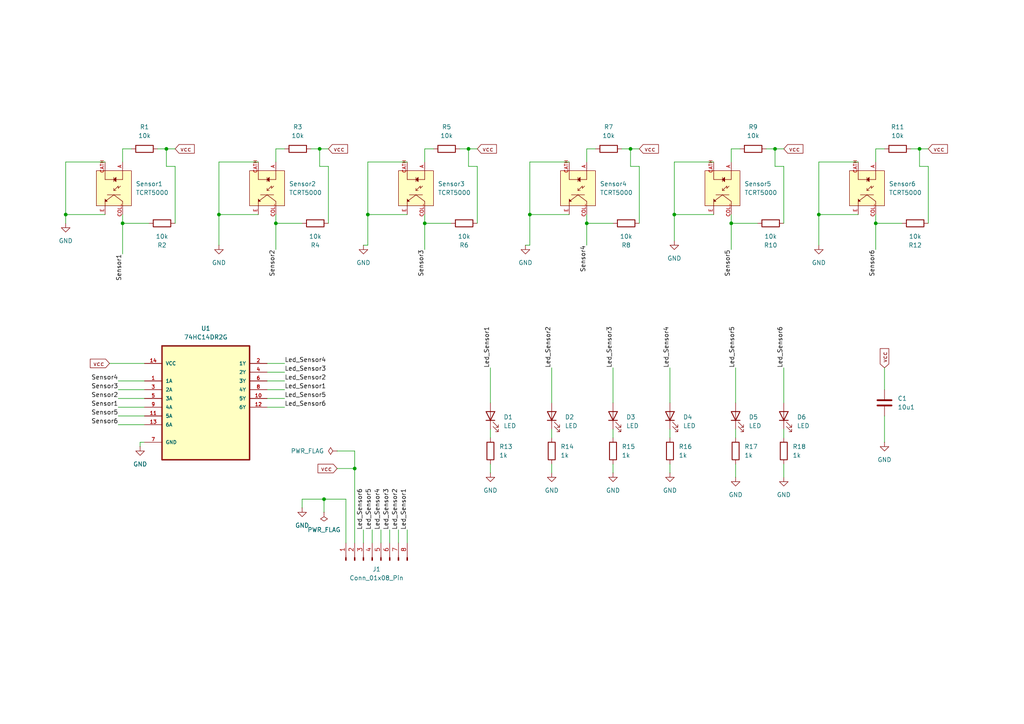
<source format=kicad_sch>
(kicad_sch (version 20231120) (generator "eeschema") (generator_version "8.0")
  (paper "A4")
  (lib_symbols
    (symbol "74HC14DR2G:74HC14DR2G" (pin_names (offset 1.016))
      (property "Reference" "U" (at -5.2894 15.207 0))
      (property "Value" "74HC14DR2G" (at -4.118 -25.0386 0))
      (symbol "74HC14DR2G_0_0"
        (rectangle (start -12.7 -20.32) (end 12.7 12.7) (stroke (width 0.4064)) (fill (type background)))
        (pin input line (at -17.78 2.54 0) (length 5.08) (name "1A") (number "1"))
        (pin output line (at 17.78 -2.54 180) (length 5.08) (name "5Y") (number "10"))
        (pin input line (at -17.78 -7.62 0) (length 5.08) (name "5A") (number "11"))
        (pin output line (at 17.78 -5.08 180) (length 5.08) (name "6Y") (number "12"))
        (pin input line (at -17.78 -10.16 0) (length 5.08) (name "6A") (number "13"))
        (pin power_in line (at -17.78 7.62 0) (length 5.08) (name "VCC") (number "14"))
        (pin output line (at 17.78 7.62 180) (length 5.08) (name "1Y") (number "2"))
        (pin input line (at -17.78 0 0) (length 5.08) (name "2A") (number "3"))
        (pin output line (at 17.78 5.08 180) (length 5.08) (name "2Y") (number "4"))
        (pin input line (at -17.78 -2.54 0) (length 5.08) (name "3A") (number "5"))
        (pin output line (at 17.78 2.54 180) (length 5.08) (name "3Y") (number "6"))
        (pin passive line (at -17.78 -15.24 0) (length 5.08) (name "GND") (number "7"))
        (pin output line (at 17.78 0 180) (length 5.08) (name "4Y") (number "8"))
        (pin input line (at -17.78 -5.08 0) (length 5.08) (name "4A") (number "9"))
      )
    )
    (symbol "Connector:Conn_01x08_Pin" (pin_names (offset 1.016) hide)
      (property "Reference" "J" (at 0 10.16 0))
      (property "Value" "Conn_01x08_Pin" (at 0 -12.7 0))
      (symbol "Conn_01x08_Pin_1_1"
        (polyline (pts (xy 1.27 -10.16) (xy 0.8636 -10.16)) (stroke (width 0.1524)))
        (polyline (pts (xy 1.27 -7.62) (xy 0.8636 -7.62)) (stroke (width 0.1524)))
        (polyline (pts (xy 1.27 -5.08) (xy 0.8636 -5.08)) (stroke (width 0.1524)))
        (polyline (pts (xy 1.27 -2.54) (xy 0.8636 -2.54)) (stroke (width 0.1524)))
        (polyline (pts (xy 1.27 0) (xy 0.8636 0)) (stroke (width 0.1524)))
        (polyline (pts (xy 1.27 2.54) (xy 0.8636 2.54)) (stroke (width 0.1524)))
        (polyline (pts (xy 1.27 5.08) (xy 0.8636 5.08)) (stroke (width 0.1524)))
        (polyline (pts (xy 1.27 7.62) (xy 0.8636 7.62)) (stroke (width 0.1524)))
        (rectangle (start 0.8636 -10.033) (end 0 -10.287) (stroke (width 0.1524)) (fill (type outline)))
        (rectangle (start 0.8636 -7.493) (end 0 -7.747) (stroke (width 0.1524)) (fill (type outline)))
        (rectangle (start 0.8636 -4.953) (end 0 -5.207) (stroke (width 0.1524)) (fill (type outline)))
        (rectangle (start 0.8636 -2.413) (end 0 -2.667) (stroke (width 0.1524)) (fill (type outline)))
        (rectangle (start 0.8636 0.127) (end 0 -0.127) (stroke (width 0.1524)) (fill (type outline)))
        (rectangle (start 0.8636 2.667) (end 0 2.413) (stroke (width 0.1524)) (fill (type outline)))
        (rectangle (start 0.8636 5.207) (end 0 4.953) (stroke (width 0.1524)) (fill (type outline)))
        (rectangle (start 0.8636 7.747) (end 0 7.493) (stroke (width 0.1524)) (fill (type outline)))
        (pin passive line (at 5.08 7.62 180) (length 3.81) (name "Pin_1") (number "1"))
        (pin passive line (at 5.08 5.08 180) (length 3.81) (name "Pin_2") (number "2"))
        (pin passive line (at 5.08 2.54 180) (length 3.81) (name "Pin_3") (number "3"))
        (pin passive line (at 5.08 0 180) (length 3.81) (name "Pin_4") (number "4"))
        (pin passive line (at 5.08 -2.54 180) (length 3.81) (name "Pin_5") (number "5"))
        (pin passive line (at 5.08 -5.08 180) (length 3.81) (name "Pin_6") (number "6"))
        (pin passive line (at 5.08 -7.62 180) (length 3.81) (name "Pin_7") (number "7"))
        (pin passive line (at 5.08 -10.16 180) (length 3.81) (name "Pin_8") (number "8"))
      )
    )
    (symbol "Device:C" (pin_numbers hide) (pin_names (offset 0.254))
      (property "Reference" "C" (at 0.635 2.54 0))
      (property "Value" "C" (at 0.635 -2.54 0))
      (symbol "C_0_1"
        (polyline (pts (xy -2.032 -0.762) (xy 2.032 -0.762)) (stroke (width 0.508)))
        (polyline (pts (xy -2.032 0.762) (xy 2.032 0.762)) (stroke (width 0.508)))
      )
      (symbol "C_1_1"
        (pin passive line (at 0 3.81 270) (length 2.794) (name "~") (number "1"))
        (pin passive line (at 0 -3.81 90) (length 2.794) (name "~") (number "2"))
      )
    )
    (symbol "Device:LED" (pin_numbers hide) (pin_names (offset 1.016) hide)
      (property "Reference" "D" (at 0 2.54 0))
      (property "Value" "LED" (at 0 -2.54 0))
      (symbol "LED_0_1"
        (polyline (pts (xy -1.27 -1.27) (xy -1.27 1.27)) (stroke (width 0.254)))
        (polyline (pts (xy -1.27 0) (xy 1.27 0)))
        (polyline (pts (xy 1.27 -1.27) (xy 1.27 1.27) (xy -1.27 0) (xy 1.27 -1.27)) (stroke (width 0.254)))
        (polyline (pts (xy -3.048 -0.762) (xy -4.572 -2.286) (xy -3.81 -2.286) (xy -4.572 -2.286) (xy -4.572 -1.524)))
        (polyline (pts (xy -1.778 -0.762) (xy -3.302 -2.286) (xy -2.54 -2.286) (xy -3.302 -2.286) (xy -3.302 -1.524)))
      )
      (symbol "LED_1_1"
        (pin passive line (at -3.81 0 0) (length 2.54) (name "K") (number "1"))
        (pin passive line (at 3.81 0 180) (length 2.54) (name "A") (number "2"))
      )
    )
    (symbol "Device:R" (pin_numbers hide) (pin_names (offset 0))
      (property "Reference" "R" (at 2.032 0 90))
      (property "Value" "R" (at 0 0 90))
      (symbol "R_0_1"
        (rectangle (start -1.016 -2.54) (end 1.016 2.54) (stroke (width 0.254)))
      )
      (symbol "R_1_1"
        (pin passive line (at 0 3.81 270) (length 1.27) (name "~") (number "1"))
        (pin passive line (at 0 -3.81 90) (length 1.27) (name "~") (number "2"))
      )
    )
    (symbol "TCRT5000:TCRT5000" (pin_names (offset 1.016))
      (property "Reference" "U" (at -5.0887 5.7248 0))
      (property "Value" "TCRT5000" (at -5.0838 -5.7193 0))
      (symbol "TCRT5000_0_0"
        (rectangle (start -5.08 -5.08) (end 5.08 5.08) (stroke (width 0.1524)) (fill (type background)))
        (polyline (pts (xy -5.08 2.54) (xy -2.54 2.54)) (stroke (width 0.1524)))
        (polyline (pts (xy -3.175 0) (xy -1.905 0)) (stroke (width 0.1524)))
        (polyline (pts (xy -2.54 -2.54) (xy -5.08 -2.54)) (stroke (width 0.1524)))
        (polyline (pts (xy -2.54 2.54) (xy -2.54 -2.54)) (stroke (width 0.1524)))
        (polyline (pts (xy -0.635 1.27) (xy 0.635 0)) (stroke (width 0.1524)))
        (polyline (pts (xy -0.635 1.905) (xy 0 1.27)) (stroke (width 0.1524)))
        (polyline (pts (xy 0 1.27) (xy -0.635 1.27)) (stroke (width 0.1524)))
        (polyline (pts (xy 0.635 0) (xy 0 0)) (stroke (width 0.1524)))
        (polyline (pts (xy 0.635 0.635) (xy 0.635 0)) (stroke (width 0.1524)))
        (polyline (pts (xy 1.905 0) (xy 1.905 -1.905)) (stroke (width 0.1524)))
        (polyline (pts (xy 1.905 0) (xy 3.81 -2.54)) (stroke (width 0.1524)))
        (polyline (pts (xy 1.905 0) (xy 3.81 2.54)) (stroke (width 0.1524)))
        (polyline (pts (xy 1.905 1.905) (xy 1.905 0)) (stroke (width 0.1524)))
        (polyline (pts (xy 3.81 -2.54) (xy 5.08 -2.54)) (stroke (width 0.1524)))
        (polyline (pts (xy 3.81 2.54) (xy 5.08 2.54)) (stroke (width 0.1524)))
        (polyline (pts (xy -3.175 0.635) (xy -1.905 0.635) (xy -2.54 0) (xy -3.175 0.635)) (stroke (width 0.1524)) (fill (type outline)))
        (polyline (pts (xy 3.175 -2.54) (xy 3.81 -2.54) (xy 3.81 -1.905) (xy 3.175 -2.54)) (stroke (width 0.1524)) (fill (type outline)))
        (pin passive line (at -7.62 2.54 0) (length 2.54) (name "~") (number "A"))
        (pin passive line (at -7.62 -2.54 0) (length 2.54) (name "~") (number "CATH"))
        (pin passive line (at 7.62 2.54 180) (length 2.54) (name "~") (number "COLL"))
        (pin passive line (at 7.62 -2.54 180) (length 2.54) (name "~") (number "E"))
      )
    )
    (symbol "power:GND" (power) (pin_numbers hide) (pin_names (offset 0) hide)
      (property "Value" "GND" (at 0 -3.81 0))
      (symbol "GND_0_1"
        (polyline (pts (xy 0 0) (xy 0 -1.27) (xy 1.27 -1.27) (xy 0 -2.54) (xy -1.27 -1.27) (xy 0 -1.27)))
      )
      (symbol "GND_1_1"
        (pin power_in line (at 0 0 270) (length 0) (name "~") (number "1"))
      )
    )
    (symbol "power:PWR_FLAG" (power) (pin_numbers hide) (pin_names (offset 0) hide)
      (property "Value" "PWR_FLAG" (at 0 3.81 0))
      (symbol "PWR_FLAG_0_0"
        (pin power_out line (at 0 0 90) (length 0) (name "~") (number "1"))
      )
      (symbol "PWR_FLAG_0_1"
        (polyline (pts (xy 0 0) (xy 0 1.27) (xy -1.016 1.905) (xy 0 2.54) (xy 1.016 1.905) (xy 0 1.27)))
      )
    )
  )
  (junction (at 92.71 43.18))
  (junction (at 153.67 62.23))
  (junction (at 106.68 62.23))
  (junction (at 63.5 62.23))
  (junction (at 35.56 64.77))
  (junction (at 102.87 135.89))
  (junction (at 170.18 64.77))
  (junction (at 224.79 43.18))
  (junction (at 80.01 64.77))
  (junction (at 48.26 43.18))
  (junction (at 237.49 62.23))
  (junction (at 182.88 43.18))
  (junction (at 254 64.77))
  (junction (at 19.05 62.23))
  (junction (at 266.7 43.18))
  (junction (at 195.58 62.23))
  (junction (at 212.09 64.77))
  (junction (at 93.98 144.78))
  (junction (at 135.89 43.18))
  (junction (at 123.19 64.77))
  (wire (pts (xy 90.17 43.18) (xy 92.71 43.18)))
  (wire (pts (xy 254 64.77) (xy 261.62 64.77)))
  (wire (pts (xy 195.58 62.23) (xy 195.58 69.85)))
  (wire (pts (xy 227.33 106.68) (xy 227.33 116.84)))
  (wire (pts (xy 254 46.99) (xy 254 43.18)))
  (wire (pts (xy 254 64.77) (xy 254 72.39)))
  (wire (pts (xy 95.25 48.26) (xy 92.71 48.26)))
  (wire (pts (xy 34.29 113.03) (xy 41.91 113.03)))
  (wire (pts (xy 113.03 157.48) (xy 113.03 153.67)))
  (wire (pts (xy 177.8 106.68) (xy 177.8 116.84)))
  (wire (pts (xy 133.35 43.18) (xy 135.89 43.18)))
  (wire (pts (xy 106.68 71.12) (xy 105.41 71.12)))
  (wire (pts (xy 213.36 106.68) (xy 213.36 116.84)))
  (wire (pts (xy 212.09 46.99) (xy 212.09 43.18)))
  (wire (pts (xy 80.01 64.77) (xy 87.63 64.77)))
  (wire (pts (xy 106.68 46.99) (xy 106.68 62.23)))
  (wire (pts (xy 102.87 135.89) (xy 102.87 157.48)))
  (wire (pts (xy 92.71 43.18) (xy 95.25 43.18)))
  (wire (pts (xy 35.56 43.18) (xy 38.1 43.18)))
  (wire (pts (xy 153.67 62.23) (xy 153.67 71.12)))
  (wire (pts (xy 170.18 62.23) (xy 170.18 64.77)))
  (wire (pts (xy 212.09 43.18) (xy 214.63 43.18)))
  (wire (pts (xy 237.49 62.23) (xy 248.92 62.23)))
  (wire (pts (xy 227.33 134.62) (xy 227.33 138.43)))
  (wire (pts (xy 212.09 64.77) (xy 219.71 64.77)))
  (wire (pts (xy 135.89 48.26) (xy 135.89 43.18)))
  (wire (pts (xy 182.88 48.26) (xy 182.88 43.18)))
  (wire (pts (xy 195.58 62.23) (xy 207.01 62.23)))
  (wire (pts (xy 123.19 62.23) (xy 123.19 64.77)))
  (wire (pts (xy 185.42 48.26) (xy 182.88 48.26)))
  (wire (pts (xy 123.19 46.99) (xy 123.19 43.18)))
  (wire (pts (xy 31.75 105.41) (xy 41.91 105.41)))
  (wire (pts (xy 92.71 48.26) (xy 92.71 43.18)))
  (wire (pts (xy 45.72 43.18) (xy 48.26 43.18)))
  (wire (pts (xy 207.01 46.99) (xy 195.58 46.99)))
  (wire (pts (xy 77.47 118.11) (xy 82.55 118.11)))
  (wire (pts (xy 118.11 153.67) (xy 118.11 157.48)))
  (wire (pts (xy 34.29 110.49) (xy 41.91 110.49)))
  (wire (pts (xy 102.87 135.89) (xy 97.79 135.89)))
  (wire (pts (xy 95.25 64.77) (xy 95.25 48.26)))
  (wire (pts (xy 77.47 115.57) (xy 82.55 115.57)))
  (wire (pts (xy 177.8 137.16) (xy 177.8 134.62)))
  (wire (pts (xy 35.56 62.23) (xy 35.56 64.77)))
  (wire (pts (xy 170.18 46.99) (xy 170.18 43.18)))
  (wire (pts (xy 105.41 153.67) (xy 105.41 157.48)))
  (wire (pts (xy 77.47 110.49) (xy 82.55 110.49)))
  (wire (pts (xy 153.67 71.12) (xy 152.4 71.12)))
  (wire (pts (xy 123.19 64.77) (xy 130.81 64.77)))
  (wire (pts (xy 87.63 144.78) (xy 87.63 147.32)))
  (wire (pts (xy 254 62.23) (xy 254 64.77)))
  (wire (pts (xy 135.89 43.18) (xy 138.43 43.18)))
  (wire (pts (xy 77.47 105.41) (xy 82.55 105.41)))
  (wire (pts (xy 40.64 128.27) (xy 40.64 129.54)))
  (wire (pts (xy 266.7 48.26) (xy 266.7 43.18)))
  (wire (pts (xy 19.05 62.23) (xy 30.48 62.23)))
  (wire (pts (xy 100.33 144.78) (xy 93.98 144.78)))
  (wire (pts (xy 80.01 62.23) (xy 80.01 64.77)))
  (wire (pts (xy 165.1 46.99) (xy 153.67 46.99)))
  (wire (pts (xy 256.54 106.68) (xy 256.54 113.03)))
  (wire (pts (xy 212.09 62.23) (xy 212.09 64.77)))
  (wire (pts (xy 194.31 137.16) (xy 194.31 134.62)))
  (wire (pts (xy 227.33 64.77) (xy 227.33 48.26)))
  (wire (pts (xy 227.33 48.26) (xy 224.79 48.26)))
  (wire (pts (xy 153.67 46.99) (xy 153.67 62.23)))
  (wire (pts (xy 153.67 62.23) (xy 165.1 62.23)))
  (wire (pts (xy 41.91 120.65) (xy 34.29 120.65)))
  (wire (pts (xy 123.19 43.18) (xy 125.73 43.18)))
  (wire (pts (xy 77.47 107.95) (xy 82.55 107.95)))
  (wire (pts (xy 256.54 120.65) (xy 256.54 128.27)))
  (wire (pts (xy 254 43.18) (xy 256.54 43.18)))
  (wire (pts (xy 34.29 115.57) (xy 41.91 115.57)))
  (wire (pts (xy 195.58 46.99) (xy 195.58 62.23)))
  (wire (pts (xy 222.25 43.18) (xy 224.79 43.18)))
  (wire (pts (xy 118.11 46.99) (xy 106.68 46.99)))
  (wire (pts (xy 142.24 127) (xy 142.24 124.46)))
  (wire (pts (xy 102.87 130.81) (xy 102.87 135.89)))
  (wire (pts (xy 63.5 62.23) (xy 63.5 71.12)))
  (wire (pts (xy 50.8 64.77) (xy 50.8 48.26)))
  (wire (pts (xy 41.91 123.19) (xy 34.29 123.19)))
  (wire (pts (xy 142.24 106.68) (xy 142.24 116.84)))
  (wire (pts (xy 50.8 48.26) (xy 48.26 48.26)))
  (wire (pts (xy 110.49 153.67) (xy 110.49 157.48)))
  (wire (pts (xy 160.02 134.62) (xy 160.02 137.16)))
  (wire (pts (xy 213.36 134.62) (xy 213.36 138.43)))
  (wire (pts (xy 115.57 157.48) (xy 115.57 153.67)))
  (wire (pts (xy 224.79 43.18) (xy 227.33 43.18)))
  (wire (pts (xy 87.63 144.78) (xy 93.98 144.78)))
  (wire (pts (xy 138.43 64.77) (xy 138.43 48.26)))
  (wire (pts (xy 213.36 127) (xy 213.36 124.46)))
  (wire (pts (xy 224.79 48.26) (xy 224.79 43.18)))
  (wire (pts (xy 63.5 46.99) (xy 63.5 62.23)))
  (wire (pts (xy 48.26 43.18) (xy 50.8 43.18)))
  (wire (pts (xy 170.18 43.18) (xy 172.72 43.18)))
  (wire (pts (xy 106.68 62.23) (xy 106.68 71.12)))
  (wire (pts (xy 80.01 72.39) (xy 80.01 64.77)))
  (wire (pts (xy 30.48 46.99) (xy 19.05 46.99)))
  (wire (pts (xy 264.16 43.18) (xy 266.7 43.18)))
  (wire (pts (xy 248.92 46.99) (xy 237.49 46.99)))
  (wire (pts (xy 160.02 106.68) (xy 160.02 116.84)))
  (wire (pts (xy 237.49 71.12) (xy 237.49 62.23)))
  (wire (pts (xy 97.79 130.81) (xy 102.87 130.81)))
  (wire (pts (xy 142.24 134.62) (xy 142.24 137.16)))
  (wire (pts (xy 35.56 64.77) (xy 35.56 73.66)))
  (wire (pts (xy 185.42 64.77) (xy 185.42 48.26)))
  (wire (pts (xy 77.47 113.03) (xy 82.55 113.03)))
  (wire (pts (xy 80.01 43.18) (xy 82.55 43.18)))
  (wire (pts (xy 160.02 127) (xy 160.02 124.46)))
  (wire (pts (xy 269.24 48.26) (xy 266.7 48.26)))
  (wire (pts (xy 170.18 64.77) (xy 170.18 71.12)))
  (wire (pts (xy 180.34 43.18) (xy 182.88 43.18)))
  (wire (pts (xy 100.33 144.78) (xy 100.33 157.48)))
  (wire (pts (xy 138.43 48.26) (xy 135.89 48.26)))
  (wire (pts (xy 80.01 46.99) (xy 80.01 43.18)))
  (wire (pts (xy 19.05 62.23) (xy 19.05 64.77)))
  (wire (pts (xy 212.09 64.77) (xy 212.09 72.39)))
  (wire (pts (xy 107.95 153.67) (xy 107.95 157.48)))
  (wire (pts (xy 227.33 127) (xy 227.33 124.46)))
  (wire (pts (xy 170.18 64.77) (xy 177.8 64.77)))
  (wire (pts (xy 237.49 46.99) (xy 237.49 62.23)))
  (wire (pts (xy 123.19 64.77) (xy 123.19 72.39)))
  (wire (pts (xy 106.68 62.23) (xy 118.11 62.23)))
  (wire (pts (xy 194.31 127) (xy 194.31 124.46)))
  (wire (pts (xy 19.05 46.99) (xy 19.05 62.23)))
  (wire (pts (xy 63.5 62.23) (xy 74.93 62.23)))
  (wire (pts (xy 194.31 106.68) (xy 194.31 116.84)))
  (wire (pts (xy 35.56 46.99) (xy 35.56 43.18)))
  (wire (pts (xy 269.24 64.77) (xy 269.24 48.26)))
  (wire (pts (xy 93.98 148.59) (xy 93.98 144.78)))
  (wire (pts (xy 266.7 43.18) (xy 269.24 43.18)))
  (wire (pts (xy 74.93 46.99) (xy 63.5 46.99)))
  (wire (pts (xy 35.56 64.77) (xy 43.18 64.77)))
  (wire (pts (xy 182.88 43.18) (xy 185.42 43.18)))
  (wire (pts (xy 48.26 48.26) (xy 48.26 43.18)))
  (wire (pts (xy 41.91 118.11) (xy 34.29 118.11)))
  (wire (pts (xy 177.8 127) (xy 177.8 124.46)))
  (wire (pts (xy 41.91 128.27) (xy 40.64 128.27)))
  (label "Sensor4" (at 170.18 71.12 270))
  (label "Led_Sensor5" (at 213.36 106.68 90))
  (label "Led_Sensor3" (at 177.8 106.68 90))
  (label "Led_Sensor6" (at 105.41 153.67 90))
  (label "Led_Sensor6" (at 82.55 118.11 0))
  (label "Led_Sensor1" (at 82.55 113.03 0))
  (label "Sensor2" (at 80.01 72.39 270))
  (label "Led_Sensor4" (at 82.55 105.41 0))
  (label "Sensor1" (at 34.29 118.11 180))
  (label "Sensor4" (at 34.29 110.49 180))
  (label "Led_Sensor4" (at 110.49 153.67 90))
  (label "Sensor6" (at 34.29 123.19 180))
  (label "Led_Sensor4" (at 194.31 106.68 90))
  (label "Led_Sensor2" (at 160.02 106.68 90))
  (label "Sensor2" (at 34.29 115.57 180))
  (label "Led_Sensor2" (at 115.57 153.67 90))
  (label "Led_Sensor5" (at 107.95 153.67 90))
  (label "Led_Sensor2" (at 82.55 110.49 0))
  (label "Led_Sensor1" (at 142.24 106.68 90))
  (label "Led_Sensor1" (at 118.11 153.67 90))
  (label "Sensor5" (at 212.09 72.39 270))
  (label "Led_Sensor3" (at 113.03 153.67 90))
  (label "Sensor3" (at 123.19 72.39 270))
  (label "Sensor6" (at 254 72.39 270))
  (label "Sensor3" (at 34.29 113.03 180))
  (label "Led_Sensor3" (at 82.55 107.95 0))
  (label "Sensor5" (at 34.29 120.65 180))
  (label "Led_Sensor6" (at 227.33 106.68 90))
  (label "Led_Sensor5" (at 82.55 115.57 0))
  (label "Sensor1" (at 35.56 73.66 270))
  (global_label "vcc" (shape input) (at 31.75 105.41 180) (property "Intersheetrefs" "${INTERSHEET_REFS}" (effects (hide yes))))
  (global_label "vcc" (shape input) (at 97.79 135.89 180) (property "Intersheetrefs" "${INTERSHEET_REFS}" (effects (hide yes))))
  (global_label "vcc" (shape input) (at 95.25 43.18 0) (property "Intersheetrefs" "${INTERSHEET_REFS}" (effects (hide yes))))
  (global_label "vcc" (shape input) (at 256.54 106.68 90) (property "Intersheetrefs" "${INTERSHEET_REFS}" (effects (hide yes))))
  (global_label "vcc" (shape input) (at 138.43 43.18 0) (property "Intersheetrefs" "${INTERSHEET_REFS}" (effects (hide yes))))
  (global_label "vcc" (shape input) (at 185.42 43.18 0) (property "Intersheetrefs" "${INTERSHEET_REFS}" (effects (hide yes))))
  (global_label "vcc" (shape input) (at 50.8 43.18 0) (property "Intersheetrefs" "${INTERSHEET_REFS}" (effects (hide yes))))
  (global_label "vcc" (shape input) (at 227.33 43.18 0) (property "Intersheetrefs" "${INTERSHEET_REFS}" (effects (hide yes))))
  (global_label "vcc" (shape input) (at 269.24 43.18 0) (property "Intersheetrefs" "${INTERSHEET_REFS}" (effects (hide yes))))
  (symbol (lib_id "Device:R") (at 227.33 130.81 0) (unit 1)
    (property "Reference" "R18" (at 229.87 129.5399 0) (effects (justify left)))
    (property "Value" "1k" (at 229.87 132.0799 0) (effects (justify left)))
    (property "Footprint" "Resistor_SMD:R_0805_2012Metric_Pad1.20x1.40mm_HandSolder" (effects (hide yes)))
    (property "Description" "Resistor" (effects (hide yes)))
  )
  (symbol (lib_id "TCRT5000:TCRT5000") (at 167.64 54.61 270) (unit 1)
    (property "Reference" "Sensor4" (at 173.99 53.3399 90) (effects (justify left)))
    (property "Value" "TCRT5000" (at 173.99 55.8799 90) (effects (justify left)))
    (property "Footprint" "TCRT5000:OPTO_TCRT5000" (effects (hide yes)))
    (property "MF" "Vishay" (effects (hide yes)))
    (property "MAXIMUM_PACKAGE_HEIGHT" "7.2mm" (effects (hide yes)))
    (property "Package" "TCRT5000 Vishay" (effects (hide yes)))
    (property "Price" "None" (effects (hide yes)))
    (property "Check_prices" "https://www.snapeda.com/parts/TCRT5000/Vishay+Semiconductor+Opto+Division/view-part/?ref=eda" (effects (hide yes)))
    (property "STANDARD" "Manufacturer recommendations" (effects (hide yes)))
    (property "PARTREV" "1.7" (effects (hide yes)))
    (property "SnapEDA_Link" "https://www.snapeda.com/parts/TCRT5000/Vishay+Semiconductor+Opto+Division/view-part/?ref=snap" (effects (hide yes)))
    (property "MP" "TCRT5000" (effects (hide yes)))
    (property "Purchase-URL" "https://www.snapeda.com/api/url_track_click_mouser/?unipart_id=885229&manufacturer=Vishay&part_name=TCRT5000&search_term=tcrt5000" (effects (hide yes)))
    (property "Description_1" "Sensor óptico reflectante de 0,591 (15 mm) para montaje en PCB" (effects (hide yes)))
    (property "Availability" "In Stock" (effects (hide yes)))
    (property "MANUFACTURER" "Vishay" (effects (hide yes)))
  )
  (symbol (lib_id "Device:C") (at 256.54 116.84 0) (unit 1)
    (property "Reference" "C1" (at 260.35 115.5699 0) (effects (justify left)))
    (property "Value" "10u1" (at 260.35 118.1099 0) (effects (justify left)))
    (property "Footprint" "Capacitor_THT:C_Disc_D3.0mm_W1.6mm_P2.50mm" (effects (hide yes)))
    (property "Description" "Unpolarized capacitor" (effects (hide yes)))
  )
  (symbol (lib_id "Device:LED") (at 177.8 120.65 90) (unit 1)
    (property "Reference" "D3" (at 181.61 120.9674 90) (effects (justify right)))
    (property "Value" "LED" (at 181.61 123.5074 90) (effects (justify right)))
    (property "Footprint" "LED_SMD:LED_1206_3216Metric_Pad1.42x1.75mm_HandSolder" (effects (hide yes)))
    (property "Description" "Light emitting diode" (effects (hide yes)))
  )
  (symbol (lib_id "power:GND") (at 40.64 129.54 0) (unit 1)
    (property "Reference" "#PWR011" (effects (hide yes)))
    (property "Value" "GND" (at 40.64 134.62 0))
    (property "Description" "Power symbol creates a global label with name \"GND\" , ground" (effects (hide yes)))
  )
  (symbol (lib_id "power:GND") (at 105.41 71.12 0) (unit 1)
    (property "Reference" "#PWR09" (effects (hide yes)))
    (property "Value" "GND" (at 105.41 76.2 0))
    (property "Description" "Power symbol creates a global label with name \"GND\" , ground" (effects (hide yes)))
  )
  (symbol (lib_id "TCRT5000:TCRT5000") (at 209.55 54.61 270) (unit 1)
    (property "Reference" "Sensor5" (at 215.9 53.3399 90) (effects (justify left)))
    (property "Value" "TCRT5000" (at 215.9 55.8799 90) (effects (justify left)))
    (property "Footprint" "TCRT5000:OPTO_TCRT5000" (effects (hide yes)))
    (property "MF" "Vishay" (effects (hide yes)))
    (property "MAXIMUM_PACKAGE_HEIGHT" "7.2mm" (effects (hide yes)))
    (property "Package" "TCRT5000 Vishay" (effects (hide yes)))
    (property "Price" "None" (effects (hide yes)))
    (property "Check_prices" "https://www.snapeda.com/parts/TCRT5000/Vishay+Semiconductor+Opto+Division/view-part/?ref=eda" (effects (hide yes)))
    (property "STANDARD" "Manufacturer recommendations" (effects (hide yes)))
    (property "PARTREV" "1.7" (effects (hide yes)))
    (property "SnapEDA_Link" "https://www.snapeda.com/parts/TCRT5000/Vishay+Semiconductor+Opto+Division/view-part/?ref=snap" (effects (hide yes)))
    (property "MP" "TCRT5000" (effects (hide yes)))
    (property "Purchase-URL" "https://www.snapeda.com/api/url_track_click_mouser/?unipart_id=885229&manufacturer=Vishay&part_name=TCRT5000&search_term=tcrt5000" (effects (hide yes)))
    (property "Description_1" "Sensor óptico reflectante de 0,591 (15 mm) para montaje en PCB" (effects (hide yes)))
    (property "Availability" "In Stock" (effects (hide yes)))
    (property "MANUFACTURER" "Vishay" (effects (hide yes)))
  )
  (symbol (lib_id "power:GND") (at 87.63 147.32 0) (unit 1)
    (property "Reference" "#PWR012" (effects (hide yes)))
    (property "Value" "GND" (at 87.63 152.4 0))
    (property "Description" "Power symbol creates a global label with name \"GND\" , ground" (effects (hide yes)))
  )
  (symbol (lib_id "Device:R") (at 86.36 43.18 90) (unit 1)
    (property "Reference" "R3" (at 86.36 36.83 90))
    (property "Value" "10k" (at 86.36 39.37 90))
    (property "Footprint" "Resistor_SMD:R_0805_2012Metric_Pad1.20x1.40mm_HandSolder" (effects (hide yes)))
    (property "Description" "Resistor" (effects (hide yes)))
  )
  (symbol (lib_id "power:PWR_FLAG") (at 93.98 148.59 180) (unit 1)
    (property "Reference" "#FLG01" (effects (hide yes)))
    (property "Value" "PWR_FLAG" (at 93.98 153.67 0))
    (property "Description" "Special symbol for telling ERC where power comes from" (effects (hide yes)))
  )
  (symbol (lib_id "power:GND") (at 227.33 138.43 0) (unit 1)
    (property "Reference" "#PWR06" (effects (hide yes)))
    (property "Value" "GND" (at 227.33 143.51 0))
    (property "Description" "Power symbol creates a global label with name \"GND\" , ground" (effects (hide yes)))
  )
  (symbol (lib_id "74HC14DR2G:74HC14DR2G") (at 59.69 113.03 0) (unit 1)
    (property "Reference" "U1" (at 59.69 95.25 0))
    (property "Value" "74HC14DR2G" (at 59.69 97.79 0))
    (property "Footprint" "Package_DIP:DIP-14_W7.62mm_Socket" (effects (hide yes)))
    (property "MF" "ON Semiconductor" (effects (hide yes)))
    (property "Description_1" "Inverter IC 6 Channel Schmitt Trigger 14-SOIC" (effects (hide yes)))
    (property "PACKAGE" "SOIC-14" (effects (hide yes)))
    (property "MPN" "74HC14DR2G" (effects (hide yes)))
    (property "Price" "None" (effects (hide yes)))
    (property "Package" "SOIC-14 ON Semiconductor" (effects (hide yes)))
    (property "OC_FARNELL" "1201316" (effects (hide yes)))
    (property "SnapEDA_Link" "https://www.snapeda.com/parts/74HC14DR2G/Onsemi/view-part/?ref=snap" (effects (hide yes)))
    (property "MP" "74HC14DR2G" (effects (hide yes)))
    (property "SUPPLIER" "NXP" (effects (hide yes)))
    (property "OC_NEWARK" "26M7759" (effects (hide yes)))
    (property "Availability" "In Stock" (effects (hide yes)))
    (property "Check_prices" "https://www.snapeda.com/parts/74HC14DR2G/Onsemi/view-part/?ref=eda" (effects (hide yes)))
  )
  (symbol (lib_id "Connector:Conn_01x08_Pin") (at 107.95 162.56 90) (unit 1)
    (property "Reference" "J1" (at 109.22 165.1 90))
    (property "Value" "Conn_01x08_Pin" (at 109.22 167.64 90))
    (property "Footprint" "Connector_PinHeader_2.54mm:PinHeader_1x08_P2.54mm_Horizontal" (effects (hide yes)))
    (property "Description" "Generic connector, single row, 01x08, script generated" (effects (hide yes)))
  )
  (symbol (lib_id "power:GND") (at 237.49 71.12 0) (unit 1)
    (property "Reference" "#PWR014" (effects (hide yes)))
    (property "Value" "GND" (at 237.49 76.2 0))
    (property "Description" "Power symbol creates a global label with name \"GND\" , ground" (effects (hide yes)))
  )
  (symbol (lib_id "Device:R") (at 160.02 130.81 0) (unit 1)
    (property "Reference" "R14" (at 162.56 129.5399 0) (effects (justify left)))
    (property "Value" "1k" (at 162.56 132.0799 0) (effects (justify left)))
    (property "Footprint" "Resistor_SMD:R_0805_2012Metric_Pad1.20x1.40mm_HandSolder" (effects (hide yes)))
    (property "Description" "Resistor" (effects (hide yes)))
  )
  (symbol (lib_id "Device:R") (at 142.24 130.81 0) (unit 1)
    (property "Reference" "R13" (at 144.78 129.5399 0) (effects (justify left)))
    (property "Value" "1k" (at 144.78 132.0799 0) (effects (justify left)))
    (property "Footprint" "Resistor_SMD:R_0805_2012Metric_Pad1.20x1.40mm_HandSolder" (effects (hide yes)))
    (property "Description" "Resistor" (effects (hide yes)))
  )
  (symbol (lib_id "power:GND") (at 194.31 137.16 0) (unit 1)
    (property "Reference" "#PWR04" (effects (hide yes)))
    (property "Value" "GND" (at 194.31 142.24 0))
    (property "Description" "Power symbol creates a global label with name \"GND\" , ground" (effects (hide yes)))
  )
  (symbol (lib_id "Device:R") (at 181.61 64.77 90) (mirror x) (unit 1)
    (property "Reference" "R8" (at 181.61 71.12 90))
    (property "Value" "10k" (at 181.61 68.58 90))
    (property "Footprint" "Resistor_SMD:R_0805_2012Metric_Pad1.20x1.40mm_HandSolder" (effects (hide yes)))
    (property "Description" "Resistor" (effects (hide yes)))
  )
  (symbol (lib_id "Device:R") (at 134.62 64.77 90) (mirror x) (unit 1)
    (property "Reference" "R6" (at 134.62 71.12 90))
    (property "Value" "10k" (at 134.62 68.58 90))
    (property "Footprint" "Resistor_SMD:R_0805_2012Metric_Pad1.20x1.40mm_HandSolder" (effects (hide yes)))
    (property "Description" "Resistor" (effects (hide yes)))
  )
  (symbol (lib_id "Device:R") (at 223.52 64.77 90) (mirror x) (unit 1)
    (property "Reference" "R10" (at 223.52 71.12 90))
    (property "Value" "10k" (at 223.52 68.58 90))
    (property "Footprint" "Resistor_SMD:R_0805_2012Metric_Pad1.20x1.40mm_HandSolder" (effects (hide yes)))
    (property "Description" "Resistor" (effects (hide yes)))
  )
  (symbol (lib_id "power:GND") (at 256.54 128.27 0) (unit 1)
    (property "Reference" "#PWR015" (effects (hide yes)))
    (property "Value" "GND" (at 256.54 133.35 0))
    (property "Description" "Power symbol creates a global label with name \"GND\" , ground" (effects (hide yes)))
  )
  (symbol (lib_id "Device:R") (at 177.8 130.81 0) (unit 1)
    (property "Reference" "R15" (at 180.34 129.5399 0) (effects (justify left)))
    (property "Value" "1k" (at 180.34 132.0799 0) (effects (justify left)))
    (property "Footprint" "Resistor_SMD:R_0805_2012Metric_Pad1.20x1.40mm_HandSolder" (effects (hide yes)))
    (property "Description" "Resistor" (effects (hide yes)))
  )
  (symbol (lib_id "power:GND") (at 195.58 69.85 0) (unit 1)
    (property "Reference" "#PWR013" (effects (hide yes)))
    (property "Value" "GND" (at 195.58 74.93 0))
    (property "Description" "Power symbol creates a global label with name \"GND\" , ground" (effects (hide yes)))
  )
  (symbol (lib_id "Device:R") (at 91.44 64.77 90) (mirror x) (unit 1)
    (property "Reference" "R4" (at 91.44 71.12 90))
    (property "Value" "10k" (at 91.44 68.58 90))
    (property "Footprint" "Resistor_SMD:R_0805_2012Metric_Pad1.20x1.40mm_HandSolder" (effects (hide yes)))
    (property "Description" "Resistor" (effects (hide yes)))
  )
  (symbol (lib_id "TCRT5000:TCRT5000") (at 77.47 54.61 270) (unit 1)
    (property "Reference" "Sensor2" (at 83.82 53.3399 90) (effects (justify left)))
    (property "Value" "TCRT5000" (at 83.82 55.8799 90) (effects (justify left)))
    (property "Footprint" "TCRT5000:OPTO_TCRT5000" (effects (hide yes)))
    (property "MF" "Vishay" (effects (hide yes)))
    (property "MAXIMUM_PACKAGE_HEIGHT" "7.2mm" (effects (hide yes)))
    (property "Package" "TCRT5000 Vishay" (effects (hide yes)))
    (property "Price" "None" (effects (hide yes)))
    (property "Check_prices" "https://www.snapeda.com/parts/TCRT5000/Vishay+Semiconductor+Opto+Division/view-part/?ref=eda" (effects (hide yes)))
    (property "STANDARD" "Manufacturer recommendations" (effects (hide yes)))
    (property "PARTREV" "1.7" (effects (hide yes)))
    (property "SnapEDA_Link" "https://www.snapeda.com/parts/TCRT5000/Vishay+Semiconductor+Opto+Division/view-part/?ref=snap" (effects (hide yes)))
    (property "MP" "TCRT5000" (effects (hide yes)))
    (property "Purchase-URL" "https://www.snapeda.com/api/url_track_click_mouser/?unipart_id=885229&manufacturer=Vishay&part_name=TCRT5000&search_term=tcrt5000" (effects (hide yes)))
    (property "Description_1" "Sensor óptico reflectante de 0,591 (15 mm) para montaje en PCB" (effects (hide yes)))
    (property "Availability" "In Stock" (effects (hide yes)))
    (property "MANUFACTURER" "Vishay" (effects (hide yes)))
  )
  (symbol (lib_id "power:GND") (at 142.24 137.16 0) (unit 1)
    (property "Reference" "#PWR01" (effects (hide yes)))
    (property "Value" "GND" (at 142.24 142.24 0))
    (property "Description" "Power symbol creates a global label with name \"GND\" , ground" (effects (hide yes)))
  )
  (symbol (lib_id "power:GND") (at 152.4 71.12 0) (unit 1)
    (property "Reference" "#PWR010" (effects (hide yes)))
    (property "Value" "GND" (at 152.4 76.2 0))
    (property "Description" "Power symbol creates a global label with name \"GND\" , ground" (effects (hide yes)))
  )
  (symbol (lib_id "Device:R") (at 176.53 43.18 90) (unit 1)
    (property "Reference" "R7" (at 176.53 36.83 90))
    (property "Value" "10k" (at 176.53 39.37 90))
    (property "Footprint" "Resistor_SMD:R_0805_2012Metric_Pad1.20x1.40mm_HandSolder" (effects (hide yes)))
    (property "Description" "Resistor" (effects (hide yes)))
  )
  (symbol (lib_id "TCRT5000:TCRT5000") (at 251.46 54.61 270) (unit 1)
    (property "Reference" "Sensor6" (at 257.81 53.3399 90) (effects (justify left)))
    (property "Value" "TCRT5000" (at 257.81 55.8799 90) (effects (justify left)))
    (property "Footprint" "TCRT5000:OPTO_TCRT5000" (effects (hide yes)))
    (property "MF" "Vishay" (effects (hide yes)))
    (property "MAXIMUM_PACKAGE_HEIGHT" "7.2mm" (effects (hide yes)))
    (property "Package" "TCRT5000 Vishay" (effects (hide yes)))
    (property "Price" "None" (effects (hide yes)))
    (property "Check_prices" "https://www.snapeda.com/parts/TCRT5000/Vishay+Semiconductor+Opto+Division/view-part/?ref=eda" (effects (hide yes)))
    (property "STANDARD" "Manufacturer recommendations" (effects (hide yes)))
    (property "PARTREV" "1.7" (effects (hide yes)))
    (property "SnapEDA_Link" "https://www.snapeda.com/parts/TCRT5000/Vishay+Semiconductor+Opto+Division/view-part/?ref=snap" (effects (hide yes)))
    (property "MP" "TCRT5000" (effects (hide yes)))
    (property "Purchase-URL" "https://www.snapeda.com/api/url_track_click_mouser/?unipart_id=885229&manufacturer=Vishay&part_name=TCRT5000&search_term=tcrt5000" (effects (hide yes)))
    (property "Description_1" "Sensor óptico reflectante de 0,591 (15 mm) para montaje en PCB" (effects (hide yes)))
    (property "Availability" "In Stock" (effects (hide yes)))
    (property "MANUFACTURER" "Vishay" (effects (hide yes)))
  )
  (symbol (lib_id "TCRT5000:TCRT5000") (at 120.65 54.61 270) (unit 1)
    (property "Reference" "Sensor3" (at 127 53.3399 90) (effects (justify left)))
    (property "Value" "TCRT5000" (at 127 55.8799 90) (effects (justify left)))
    (property "Footprint" "TCRT5000:OPTO_TCRT5000" (effects (hide yes)))
    (property "MF" "Vishay" (effects (hide yes)))
    (property "MAXIMUM_PACKAGE_HEIGHT" "7.2mm" (effects (hide yes)))
    (property "Package" "TCRT5000 Vishay" (effects (hide yes)))
    (property "Price" "None" (effects (hide yes)))
    (property "Check_prices" "https://www.snapeda.com/parts/TCRT5000/Vishay+Semiconductor+Opto+Division/view-part/?ref=eda" (effects (hide yes)))
    (property "STANDARD" "Manufacturer recommendations" (effects (hide yes)))
    (property "PARTREV" "1.7" (effects (hide yes)))
    (property "SnapEDA_Link" "https://www.snapeda.com/parts/TCRT5000/Vishay+Semiconductor+Opto+Division/view-part/?ref=snap" (effects (hide yes)))
    (property "MP" "TCRT5000" (effects (hide yes)))
    (property "Purchase-URL" "https://www.snapeda.com/api/url_track_click_mouser/?unipart_id=885229&manufacturer=Vishay&part_name=TCRT5000&search_term=tcrt5000" (effects (hide yes)))
    (property "Description_1" "Sensor óptico reflectante de 0,591 (15 mm) para montaje en PCB" (effects (hide yes)))
    (property "Availability" "In Stock" (effects (hide yes)))
    (property "MANUFACTURER" "Vishay" (effects (hide yes)))
  )
  (symbol (lib_id "power:GND") (at 213.36 138.43 0) (unit 1)
    (property "Reference" "#PWR05" (effects (hide yes)))
    (property "Value" "GND" (at 213.36 143.51 0))
    (property "Description" "Power symbol creates a global label with name \"GND\" , ground" (effects (hide yes)))
  )
  (symbol (lib_id "Device:R") (at 41.91 43.18 90) (unit 1)
    (property "Reference" "R1" (at 41.91 36.83 90))
    (property "Value" "10k" (at 41.91 39.37 90))
    (property "Footprint" "Resistor_SMD:R_0805_2012Metric_Pad1.20x1.40mm_HandSolder" (effects (hide yes)))
    (property "Description" "Resistor" (effects (hide yes)))
  )
  (symbol (lib_id "power:GND") (at 63.5 71.12 0) (unit 1)
    (property "Reference" "#PWR08" (effects (hide yes)))
    (property "Value" "GND" (at 63.5 76.2 0))
    (property "Description" "Power symbol creates a global label with name \"GND\" , ground" (effects (hide yes)))
  )
  (symbol (lib_id "Device:R") (at 260.35 43.18 90) (unit 1)
    (property "Reference" "R11" (at 260.35 36.83 90))
    (property "Value" "10k" (at 260.35 39.37 90))
    (property "Footprint" "Resistor_SMD:R_0805_2012Metric_Pad1.20x1.40mm_HandSolder" (effects (hide yes)))
    (property "Description" "Resistor" (effects (hide yes)))
  )
  (symbol (lib_id "power:GND") (at 177.8 137.16 0) (unit 1)
    (property "Reference" "#PWR03" (effects (hide yes)))
    (property "Value" "GND" (at 177.8 142.24 0))
    (property "Description" "Power symbol creates a global label with name \"GND\" , ground" (effects (hide yes)))
  )
  (symbol (lib_id "power:GND") (at 160.02 137.16 0) (unit 1)
    (property "Reference" "#PWR02" (effects (hide yes)))
    (property "Value" "GND" (at 160.02 142.24 0))
    (property "Description" "Power symbol creates a global label with name \"GND\" , ground" (effects (hide yes)))
  )
  (symbol (lib_id "TCRT5000:TCRT5000") (at 33.02 54.61 270) (unit 1)
    (property "Reference" "Sensor1" (at 39.37 53.3399 90) (effects (justify left)))
    (property "Value" "TCRT5000" (at 39.37 55.8799 90) (effects (justify left)))
    (property "Footprint" "TCRT5000:OPTO_TCRT5000" (effects (hide yes)))
    (property "MF" "Vishay" (effects (hide yes)))
    (property "MAXIMUM_PACKAGE_HEIGHT" "7.2mm" (effects (hide yes)))
    (property "Package" "TCRT5000 Vishay" (effects (hide yes)))
    (property "Price" "None" (effects (hide yes)))
    (property "Check_prices" "https://www.snapeda.com/parts/TCRT5000/Vishay+Semiconductor+Opto+Division/view-part/?ref=eda" (effects (hide yes)))
    (property "STANDARD" "Manufacturer recommendations" (effects (hide yes)))
    (property "PARTREV" "1.7" (effects (hide yes)))
    (property "SnapEDA_Link" "https://www.snapeda.com/parts/TCRT5000/Vishay+Semiconductor+Opto+Division/view-part/?ref=snap" (effects (hide yes)))
    (property "MP" "TCRT5000" (effects (hide yes)))
    (property "Purchase-URL" "https://www.snapeda.com/api/url_track_click_mouser/?unipart_id=885229&manufacturer=Vishay&part_name=TCRT5000&search_term=tcrt5000" (effects (hide yes)))
    (property "Description_1" "Sensor óptico reflectante de 0,591 (15 mm) para montaje en PCB" (effects (hide yes)))
    (property "Availability" "In Stock" (effects (hide yes)))
    (property "MANUFACTURER" "Vishay" (effects (hide yes)))
  )
  (symbol (lib_id "Device:R") (at 213.36 130.81 0) (unit 1)
    (property "Reference" "R17" (at 215.9 129.5399 0) (effects (justify left)))
    (property "Value" "1k" (at 215.9 132.0799 0) (effects (justify left)))
    (property "Footprint" "Resistor_SMD:R_0805_2012Metric_Pad1.20x1.40mm_HandSolder" (effects (hide yes)))
    (property "Description" "Resistor" (effects (hide yes)))
  )
  (symbol (lib_id "power:PWR_FLAG") (at 97.79 130.81 90) (mirror x) (unit 1)
    (property "Reference" "#FLG02" (effects (hide yes)))
    (property "Value" "PWR_FLAG" (at 93.98 130.8099 90) (effects (justify left)))
    (property "Description" "Special symbol for telling ERC where power comes from" (effects (hide yes)))
  )
  (symbol (lib_id "Device:R") (at 129.54 43.18 90) (unit 1)
    (property "Reference" "R5" (at 129.54 36.83 90))
    (property "Value" "10k" (at 129.54 39.37 90))
    (property "Footprint" "Resistor_SMD:R_0805_2012Metric_Pad1.20x1.40mm_HandSolder" (effects (hide yes)))
    (property "Description" "Resistor" (effects (hide yes)))
  )
  (symbol (lib_id "Device:LED") (at 194.31 120.65 90) (unit 1)
    (property "Reference" "D4" (at 198.12 120.9674 90) (effects (justify right)))
    (property "Value" "LED" (at 198.12 123.5074 90) (effects (justify right)))
    (property "Footprint" "LED_SMD:LED_1206_3216Metric_Pad1.42x1.75mm_HandSolder" (effects (hide yes)))
    (property "Description" "Light emitting diode" (effects (hide yes)))
  )
  (symbol (lib_id "Device:LED") (at 160.02 120.65 90) (unit 1)
    (property "Reference" "D2" (at 163.83 120.9674 90) (effects (justify right)))
    (property "Value" "LED" (at 163.83 123.5074 90) (effects (justify right)))
    (property "Footprint" "LED_SMD:LED_1206_3216Metric_Pad1.42x1.75mm_HandSolder" (effects (hide yes)))
    (property "Description" "Light emitting diode" (effects (hide yes)))
  )
  (symbol (lib_id "power:GND") (at 19.05 64.77 0) (unit 1)
    (property "Reference" "#PWR07" (effects (hide yes)))
    (property "Value" "GND" (at 19.05 69.85 0))
    (property "Description" "Power symbol creates a global label with name \"GND\" , ground" (effects (hide yes)))
  )
  (symbol (lib_id "Device:R") (at 218.44 43.18 90) (unit 1)
    (property "Reference" "R9" (at 218.44 36.83 90))
    (property "Value" "10k" (at 218.44 39.37 90))
    (property "Footprint" "Resistor_SMD:R_0805_2012Metric_Pad1.20x1.40mm_HandSolder" (effects (hide yes)))
    (property "Description" "Resistor" (effects (hide yes)))
  )
  (symbol (lib_id "Device:R") (at 46.99 64.77 90) (mirror x) (unit 1)
    (property "Reference" "R2" (at 46.99 71.12 90))
    (property "Value" "10k" (at 46.99 68.58 90))
    (property "Footprint" "Resistor_SMD:R_0805_2012Metric_Pad1.20x1.40mm_HandSolder" (effects (hide yes)))
    (property "Description" "Resistor" (effects (hide yes)))
  )
  (symbol (lib_id "Device:LED") (at 227.33 120.65 90) (unit 1)
    (property "Reference" "D6" (at 231.14 120.9674 90) (effects (justify right)))
    (property "Value" "LED" (at 231.14 123.5074 90) (effects (justify right)))
    (property "Footprint" "LED_SMD:LED_1206_3216Metric_Pad1.42x1.75mm_HandSolder" (effects (hide yes)))
    (property "Description" "Light emitting diode" (effects (hide yes)))
  )
  (symbol (lib_id "Device:R") (at 194.31 130.81 0) (unit 1)
    (property "Reference" "R16" (at 196.85 129.5399 0) (effects (justify left)))
    (property "Value" "1k" (at 196.85 132.0799 0) (effects (justify left)))
    (property "Footprint" "Resistor_SMD:R_0805_2012Metric_Pad1.20x1.40mm_HandSolder" (effects (hide yes)))
    (property "Description" "Resistor" (effects (hide yes)))
  )
  (symbol (lib_id "Device:LED") (at 213.36 120.65 90) (unit 1)
    (property "Reference" "D5" (at 217.17 120.9674 90) (effects (justify right)))
    (property "Value" "LED" (at 217.17 123.5074 90) (effects (justify right)))
    (property "Footprint" "LED_SMD:LED_1206_3216Metric_Pad1.42x1.75mm_HandSolder" (effects (hide yes)))
    (property "Description" "Light emitting diode" (effects (hide yes)))
  )
  (symbol (lib_id "Device:R") (at 265.43 64.77 90) (mirror x) (unit 1)
    (property "Reference" "R12" (at 265.43 71.12 90))
    (property "Value" "10k" (at 265.43 68.58 90))
    (property "Footprint" "Resistor_SMD:R_0805_2012Metric_Pad1.20x1.40mm_HandSolder" (effects (hide yes)))
    (property "Description" "Resistor" (effects (hide yes)))
  )
  (symbol (lib_id "Device:LED") (at 142.24 120.65 90) (unit 1)
    (property "Reference" "D1" (at 146.05 120.9674 90) (effects (justify right)))
    (property "Value" "LED" (at 146.05 123.5074 90) (effects (justify right)))
    (property "Footprint" "LED_SMD:LED_1206_3216Metric_Pad1.42x1.75mm_HandSolder" (effects (hide yes)))
    (property "Description" "Light emitting diode" (effects (hide yes)))
  )
)
</source>
